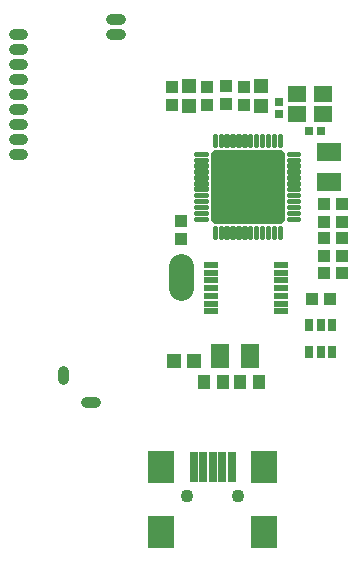
<source format=gbr>
G04 EAGLE Gerber RS-274X export*
G75*
%MOMM*%
%FSLAX34Y34*%
%LPD*%
%INSoldermask Top*%
%IPPOS*%
%AMOC8*
5,1,8,0,0,1.08239X$1,22.5*%
G01*
%ADD10R,1.103200X1.203200*%
%ADD11R,0.803200X1.103200*%
%ADD12R,1.203200X1.303200*%
%ADD13R,1.303200X1.203200*%
%ADD14C,0.316234*%
%ADD15C,0.806416*%
%ADD16C,0.914400*%
%ADD17R,1.193800X0.508000*%
%ADD18R,1.603200X1.403200*%
%ADD19R,1.003200X1.103200*%
%ADD20R,1.603200X2.003200*%
%ADD21R,1.103200X1.003200*%
%ADD22R,0.803200X0.803200*%
%ADD23R,2.003200X1.603200*%
%ADD24C,2.133600*%
%ADD25R,0.703200X2.503197*%
%ADD26R,2.203197X2.703194*%
%ADD27C,1.103200*%


D10*
X319660Y128270D03*
X335660Y128270D03*
X305180Y128270D03*
X289180Y128270D03*
D11*
X397740Y176790D03*
X388240Y176790D03*
X378740Y176790D03*
X378740Y153790D03*
X388240Y153790D03*
X397740Y153790D03*
D12*
X277180Y379340D03*
X277180Y362340D03*
X338140Y379340D03*
X338140Y362340D03*
D13*
X264400Y146540D03*
X281400Y146540D03*
D14*
X353481Y328365D02*
X354651Y328365D01*
X353481Y328365D02*
X353481Y337235D01*
X354651Y337235D01*
X354651Y328365D01*
X354651Y331369D02*
X353481Y331369D01*
X353481Y334373D02*
X354651Y334373D01*
X349651Y328365D02*
X348481Y328365D01*
X348481Y337235D01*
X349651Y337235D01*
X349651Y328365D01*
X349651Y331369D02*
X348481Y331369D01*
X348481Y334373D02*
X349651Y334373D01*
X344651Y328365D02*
X343481Y328365D01*
X343481Y337235D01*
X344651Y337235D01*
X344651Y328365D01*
X344651Y331369D02*
X343481Y331369D01*
X343481Y334373D02*
X344651Y334373D01*
X339651Y328365D02*
X338481Y328365D01*
X338481Y337235D01*
X339651Y337235D01*
X339651Y328365D01*
X339651Y331369D02*
X338481Y331369D01*
X338481Y334373D02*
X339651Y334373D01*
X334651Y328365D02*
X333481Y328365D01*
X333481Y337235D01*
X334651Y337235D01*
X334651Y328365D01*
X334651Y331369D02*
X333481Y331369D01*
X333481Y334373D02*
X334651Y334373D01*
X329651Y328365D02*
X328481Y328365D01*
X328481Y337235D01*
X329651Y337235D01*
X329651Y328365D01*
X329651Y331369D02*
X328481Y331369D01*
X328481Y334373D02*
X329651Y334373D01*
X324651Y328365D02*
X323481Y328365D01*
X323481Y337235D01*
X324651Y337235D01*
X324651Y328365D01*
X324651Y331369D02*
X323481Y331369D01*
X323481Y334373D02*
X324651Y334373D01*
X319651Y328365D02*
X318481Y328365D01*
X318481Y337235D01*
X319651Y337235D01*
X319651Y328365D01*
X319651Y331369D02*
X318481Y331369D01*
X318481Y334373D02*
X319651Y334373D01*
X314651Y328365D02*
X313481Y328365D01*
X313481Y337235D01*
X314651Y337235D01*
X314651Y328365D01*
X314651Y331369D02*
X313481Y331369D01*
X313481Y334373D02*
X314651Y334373D01*
X309651Y328365D02*
X308481Y328365D01*
X308481Y337235D01*
X309651Y337235D01*
X309651Y328365D01*
X309651Y331369D02*
X308481Y331369D01*
X308481Y334373D02*
X309651Y334373D01*
X304651Y328365D02*
X303481Y328365D01*
X303481Y337235D01*
X304651Y337235D01*
X304651Y328365D01*
X304651Y331369D02*
X303481Y331369D01*
X303481Y334373D02*
X304651Y334373D01*
X299651Y328365D02*
X298481Y328365D01*
X298481Y337235D01*
X299651Y337235D01*
X299651Y328365D01*
X299651Y331369D02*
X298481Y331369D01*
X298481Y334373D02*
X299651Y334373D01*
X292001Y321885D02*
X292001Y320715D01*
X283131Y320715D01*
X283131Y321885D01*
X292001Y321885D01*
X292001Y316885D02*
X292001Y315715D01*
X283131Y315715D01*
X283131Y316885D01*
X292001Y316885D01*
X292001Y311885D02*
X292001Y310715D01*
X283131Y310715D01*
X283131Y311885D01*
X292001Y311885D01*
X292001Y306885D02*
X292001Y305715D01*
X283131Y305715D01*
X283131Y306885D01*
X292001Y306885D01*
X292001Y301885D02*
X292001Y300715D01*
X283131Y300715D01*
X283131Y301885D01*
X292001Y301885D01*
X292001Y296885D02*
X292001Y295715D01*
X283131Y295715D01*
X283131Y296885D01*
X292001Y296885D01*
X292001Y292385D02*
X292001Y291215D01*
X283131Y291215D01*
X283131Y292385D01*
X292001Y292385D01*
X292001Y286885D02*
X292001Y285715D01*
X283131Y285715D01*
X283131Y286885D01*
X292001Y286885D01*
X292001Y281885D02*
X292001Y280715D01*
X283131Y280715D01*
X283131Y281885D01*
X292001Y281885D01*
X292001Y276885D02*
X292001Y275715D01*
X283131Y275715D01*
X283131Y276885D01*
X292001Y276885D01*
X292001Y271885D02*
X292001Y270715D01*
X283131Y270715D01*
X283131Y271885D01*
X292001Y271885D01*
X292001Y266885D02*
X292001Y265715D01*
X283131Y265715D01*
X283131Y266885D01*
X292001Y266885D01*
X298481Y259235D02*
X299651Y259235D01*
X299651Y250365D01*
X298481Y250365D01*
X298481Y259235D01*
X298481Y253369D02*
X299651Y253369D01*
X299651Y256373D02*
X298481Y256373D01*
X303481Y259235D02*
X304651Y259235D01*
X304651Y250365D01*
X303481Y250365D01*
X303481Y259235D01*
X303481Y253369D02*
X304651Y253369D01*
X304651Y256373D02*
X303481Y256373D01*
X308481Y259235D02*
X309651Y259235D01*
X309651Y250365D01*
X308481Y250365D01*
X308481Y259235D01*
X308481Y253369D02*
X309651Y253369D01*
X309651Y256373D02*
X308481Y256373D01*
X313481Y259235D02*
X314651Y259235D01*
X314651Y250365D01*
X313481Y250365D01*
X313481Y259235D01*
X313481Y253369D02*
X314651Y253369D01*
X314651Y256373D02*
X313481Y256373D01*
X318481Y259235D02*
X319651Y259235D01*
X319651Y250365D01*
X318481Y250365D01*
X318481Y259235D01*
X318481Y253369D02*
X319651Y253369D01*
X319651Y256373D02*
X318481Y256373D01*
X323481Y259235D02*
X324651Y259235D01*
X324651Y250365D01*
X323481Y250365D01*
X323481Y259235D01*
X323481Y253369D02*
X324651Y253369D01*
X324651Y256373D02*
X323481Y256373D01*
X328481Y259235D02*
X329651Y259235D01*
X329651Y250365D01*
X328481Y250365D01*
X328481Y259235D01*
X328481Y253369D02*
X329651Y253369D01*
X329651Y256373D02*
X328481Y256373D01*
X333481Y259235D02*
X334651Y259235D01*
X334651Y250365D01*
X333481Y250365D01*
X333481Y259235D01*
X333481Y253369D02*
X334651Y253369D01*
X334651Y256373D02*
X333481Y256373D01*
X338481Y259235D02*
X339651Y259235D01*
X339651Y250365D01*
X338481Y250365D01*
X338481Y259235D01*
X338481Y253369D02*
X339651Y253369D01*
X339651Y256373D02*
X338481Y256373D01*
X343481Y259235D02*
X344651Y259235D01*
X344651Y250365D01*
X343481Y250365D01*
X343481Y259235D01*
X343481Y253369D02*
X344651Y253369D01*
X344651Y256373D02*
X343481Y256373D01*
X348481Y259235D02*
X349651Y259235D01*
X349651Y250365D01*
X348481Y250365D01*
X348481Y259235D01*
X348481Y253369D02*
X349651Y253369D01*
X349651Y256373D02*
X348481Y256373D01*
X353481Y259235D02*
X354651Y259235D01*
X354651Y250365D01*
X353481Y250365D01*
X353481Y259235D01*
X353481Y253369D02*
X354651Y253369D01*
X354651Y256373D02*
X353481Y256373D01*
X361131Y265715D02*
X361131Y266885D01*
X370001Y266885D01*
X370001Y265715D01*
X361131Y265715D01*
X361131Y270715D02*
X361131Y271885D01*
X370001Y271885D01*
X370001Y270715D01*
X361131Y270715D01*
X361131Y275715D02*
X361131Y276885D01*
X370001Y276885D01*
X370001Y275715D01*
X361131Y275715D01*
X361131Y280715D02*
X361131Y281885D01*
X370001Y281885D01*
X370001Y280715D01*
X361131Y280715D01*
X361131Y285715D02*
X361131Y286885D01*
X370001Y286885D01*
X370001Y285715D01*
X361131Y285715D01*
X361131Y290715D02*
X361131Y291885D01*
X370001Y291885D01*
X370001Y290715D01*
X361131Y290715D01*
X361131Y295715D02*
X361131Y296885D01*
X370001Y296885D01*
X370001Y295715D01*
X361131Y295715D01*
X361131Y300715D02*
X361131Y301885D01*
X370001Y301885D01*
X370001Y300715D01*
X361131Y300715D01*
X361131Y305715D02*
X361131Y306885D01*
X370001Y306885D01*
X370001Y305715D01*
X361131Y305715D01*
X361131Y310715D02*
X361131Y311885D01*
X370001Y311885D01*
X370001Y310715D01*
X361131Y310715D01*
X361131Y315715D02*
X361131Y316885D01*
X370001Y316885D01*
X370001Y315715D01*
X361131Y315715D01*
X361131Y320715D02*
X361131Y321885D01*
X370001Y321885D01*
X370001Y320715D01*
X361131Y320715D01*
D15*
X299582Y320784D02*
X299582Y266816D01*
X299582Y320784D02*
X353550Y320784D01*
X353550Y266816D01*
X299582Y266816D01*
X299582Y274477D02*
X353550Y274477D01*
X353550Y282138D02*
X299582Y282138D01*
X299582Y289799D02*
X353550Y289799D01*
X353550Y297460D02*
X299582Y297460D01*
X299582Y305121D02*
X353550Y305121D01*
X353550Y312782D02*
X299582Y312782D01*
X299582Y320443D02*
X353550Y320443D01*
D16*
X135672Y423600D02*
X128560Y423600D01*
X128560Y410900D02*
X135672Y410900D01*
X135672Y398200D02*
X128560Y398200D01*
X128560Y385500D02*
X135672Y385500D01*
X135672Y372800D02*
X128560Y372800D01*
X128560Y360100D02*
X135672Y360100D01*
X135672Y347400D02*
X128560Y347400D01*
X128560Y334700D02*
X135672Y334700D01*
X135672Y322000D02*
X128560Y322000D01*
X211110Y423600D02*
X218222Y423600D01*
X218222Y436300D02*
X211110Y436300D01*
D17*
X354634Y188500D03*
X354634Y195000D03*
X354634Y201500D03*
X354634Y208000D03*
X354634Y214500D03*
X354634Y221000D03*
X354634Y227500D03*
X295278Y188500D03*
X295278Y195000D03*
X295278Y201500D03*
X295278Y208000D03*
X295278Y214500D03*
X295278Y221000D03*
X295278Y227500D03*
D16*
X196916Y111600D02*
X189804Y111600D01*
X170500Y130904D02*
X170500Y138016D01*
D18*
X390550Y372800D03*
X368550Y372800D03*
X368550Y355800D03*
X390550Y355800D03*
D19*
X292420Y363220D03*
X292420Y378460D03*
X322970Y363400D03*
X322970Y378640D03*
D20*
X302730Y150950D03*
X328130Y150950D03*
D21*
X396080Y198610D03*
X380840Y198610D03*
X406400Y234950D03*
X391160Y234950D03*
D19*
X307790Y378820D03*
X307790Y363580D03*
D22*
X378460Y341150D03*
X388620Y341150D03*
X352580Y355600D03*
X352580Y365760D03*
D21*
X391160Y250190D03*
X406400Y250190D03*
X391160Y264160D03*
X406400Y264160D03*
X391160Y220980D03*
X406400Y220980D03*
D23*
X395280Y297980D03*
X395280Y323380D03*
D19*
X262270Y362740D03*
X262270Y377980D03*
D21*
X391470Y279080D03*
X406710Y279080D03*
D19*
X270000Y265080D03*
X270000Y249840D03*
D24*
X270000Y227018D02*
X270000Y208222D01*
D25*
X280861Y56830D03*
X288862Y56830D03*
X296860Y56830D03*
X304861Y56830D03*
X312859Y56830D03*
D26*
X340360Y56830D03*
X340360Y1831D03*
X253360Y1831D03*
X253360Y56830D03*
D27*
X275270Y31871D03*
X318450Y31871D03*
M02*

</source>
